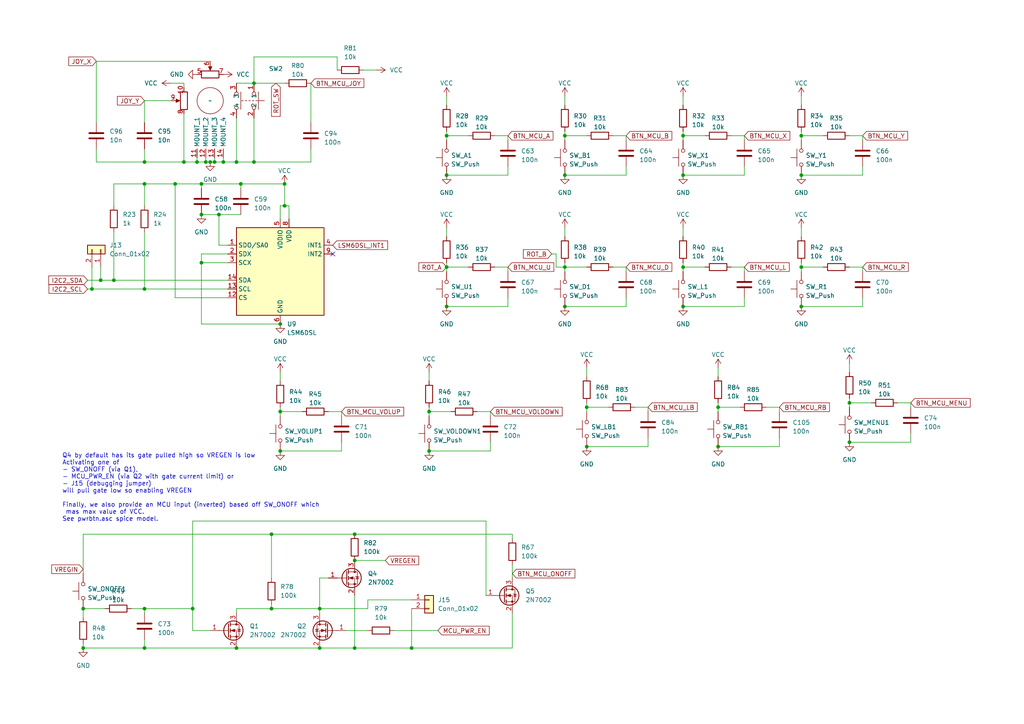
<source format=kicad_sch>
(kicad_sch (version 20231120) (generator "eeschema") (generator_version "8.0")
  (paper "A4")
  (lib_symbols
    (symbol "Connector_Generic:Conn_01x02" (pin_names (offset 1.016) hide)
      (property "Reference" "J" (at 0 2.54 0))
      (property "Value" "Conn_01x02" (at 0 -5.08 0))
      (symbol "Conn_01x02_1_1"
        (rectangle (start -1.27 -2.413) (end 0 -2.667) (stroke (width 0.1524)))
        (rectangle (start -1.27 0.127) (end 0 -0.127) (stroke (width 0.1524)))
        (rectangle (start -1.27 1.27) (end 1.27 -3.81) (stroke (width 0.254)) (fill (type background)))
        (pin passive line (at -5.08 0 0) (length 3.81) (name "Pin_1") (number "1"))
        (pin passive line (at -5.08 -2.54 0) (length 3.81) (name "Pin_2") (number "2"))
      )
    )
    (symbol "Device:C" (pin_numbers hide) (pin_names (offset 0.254))
      (property "Reference" "C" (at 0.635 2.54 0))
      (property "Value" "C" (at 0.635 -2.54 0))
      (symbol "C_0_1"
        (polyline (pts (xy -2.032 -0.762) (xy 2.032 -0.762)) (stroke (width 0.508)))
        (polyline (pts (xy -2.032 0.762) (xy 2.032 0.762)) (stroke (width 0.508)))
      )
      (symbol "C_1_1"
        (pin passive line (at 0 3.81 270) (length 2.794) (name "~") (number "1"))
        (pin passive line (at 0 -3.81 90) (length 2.794) (name "~") (number "2"))
      )
    )
    (symbol "Device:R" (pin_numbers hide) (pin_names (offset 0))
      (property "Reference" "R" (at 2.032 0 90))
      (property "Value" "R" (at 0 0 90))
      (symbol "R_0_1"
        (rectangle (start -1.016 -2.54) (end 1.016 2.54) (stroke (width 0.254)))
      )
      (symbol "R_1_1"
        (pin passive line (at 0 3.81 270) (length 1.27) (name "~") (number "1"))
        (pin passive line (at 0 -3.81 90) (length 1.27) (name "~") (number "2"))
      )
    )
    (symbol "Sensor_Motion:LSM6DSL"
      (property "Reference" "U" (at -11.43 15.24 0))
      (property "Value" "LSM6DSL" (at -11.43 12.7 0))
      (symbol "LSM6DSL_0_1"
        (rectangle (start -12.7 12.7) (end 12.7 -12.7) (stroke (width 0.254)) (fill (type background)))
      )
      (symbol "LSM6DSL_1_1"
        (pin bidirectional line (at -15.24 7.62 0) (length 2.54) (name "SDO/SA0") (number "1"))
        (pin no_connect line (at 12.7 -5.08 180) (length 3.81) hide (name "NC") (number "10"))
        (pin no_connect line (at 12.7 -2.54 180) (length 3.81) hide (name "NC") (number "11"))
        (pin input line (at -15.24 -7.62 0) (length 2.54) (name "CS") (number "12"))
        (pin input line (at -15.24 -5.08 0) (length 2.54) (name "SCL") (number "13"))
        (pin bidirectional line (at -15.24 -2.54 0) (length 2.54) (name "SDA") (number "14"))
        (pin bidirectional line (at -15.24 5.08 0) (length 2.54) (name "SDX") (number "2"))
        (pin input line (at -15.24 2.54 0) (length 2.54) (name "SCX") (number "3"))
        (pin output line (at 15.24 7.62 180) (length 2.54) (name "INT1") (number "4"))
        (pin power_in line (at 0 15.24 270) (length 2.54) (name "VDDIO") (number "5"))
        (pin power_in line (at 0 -15.24 90) (length 2.54) (name "GND") (number "6"))
        (pin passive line (at 0 -15.24 90) (length 2.54) hide (name "GND") (number "7"))
        (pin power_in line (at 2.54 15.24 270) (length 2.54) (name "VDD") (number "8"))
        (pin output line (at 15.24 5.08 180) (length 2.54) (name "INT2") (number "9"))
      )
    )
    (symbol "Switch:SW_Push" (pin_numbers hide) (pin_names (offset 1.016) hide)
      (property "Reference" "SW" (at 1.27 2.54 0))
      (property "Value" "SW_Push" (at 0 -1.524 0))
      (symbol "SW_Push_0_1"
        (circle (center -2.032 0) (radius 0.508))
        (polyline (pts (xy 0 1.27) (xy 0 3.048)))
        (polyline (pts (xy 2.54 1.27) (xy -2.54 1.27)))
        (circle (center 2.032 0) (radius 0.508))
        (pin passive line (at -5.08 0 0) (length 2.54) (name "1") (number "1"))
        (pin passive line (at 5.08 0 180) (length 2.54) (name "2") (number "2"))
      )
    )
    (symbol "Transistor_FET:2N7002" (pin_names hide)
      (property "Reference" "Q" (at 5.08 1.905 0))
      (property "Value" "2N7002" (at 5.08 0 0))
      (symbol "2N7002_0_1"
        (polyline (pts (xy 0.254 0) (xy -2.54 0)))
        (polyline (pts (xy 0.254 1.905) (xy 0.254 -1.905)) (stroke (width 0.254)))
        (polyline (pts (xy 0.762 -1.27) (xy 0.762 -2.286)) (stroke (width 0.254)))
        (polyline (pts (xy 0.762 0.508) (xy 0.762 -0.508)) (stroke (width 0.254)))
        (polyline (pts (xy 0.762 2.286) (xy 0.762 1.27)) (stroke (width 0.254)))
        (polyline (pts (xy 2.54 2.54) (xy 2.54 1.778)))
        (polyline (pts (xy 2.54 -2.54) (xy 2.54 0) (xy 0.762 0)))
        (polyline (pts (xy 0.762 -1.778) (xy 3.302 -1.778) (xy 3.302 1.778) (xy 0.762 1.778)))
        (polyline (pts (xy 1.016 0) (xy 2.032 0.381) (xy 2.032 -0.381) (xy 1.016 0)) (fill (type outline)))
        (polyline (pts (xy 2.794 0.508) (xy 2.921 0.381) (xy 3.683 0.381) (xy 3.81 0.254)))
        (polyline (pts (xy 3.302 0.381) (xy 2.921 -0.254) (xy 3.683 -0.254) (xy 3.302 0.381)))
        (circle (center 1.651 0) (radius 2.794) (stroke (width 0.254)))
        (circle (center 2.54 -1.778) (radius 0.254) (fill (type outline)))
        (circle (center 2.54 1.778) (radius 0.254) (fill (type outline)))
      )
      (symbol "2N7002_1_1"
        (pin input line (at -5.08 0 0) (length 2.54) (name "G") (number "1"))
        (pin passive line (at 2.54 -5.08 90) (length 2.54) (name "S") (number "2"))
        (pin passive line (at 2.54 5.08 270) (length 2.54) (name "D") (number "3"))
      )
    )
    (symbol "gk-syms:XBOX_THUMB"
      (property "Reference" "SW" (at 0 20.32 0))
      (symbol "XBOX_THUMB_0_1"
        (rectangle (start -8.636 -2.54) (end -6.604 2.54) (stroke (width 0.254)))
        (rectangle (start -2.54 8.636) (end 2.54 6.604) (stroke (width 0.254)))
        (polyline (pts (xy -10.16 0) (xy -9.144 0)))
        (polyline (pts (xy 0 10.16) (xy 0 9.144)))
        (polyline (pts (xy 8.89 -2.54) (xy 8.89 2.54)))
        (polyline (pts (xy 9.652 0) (xy 9.144 0)))
        (polyline (pts (xy 10.668 0) (xy 10.16 0)))
        (polyline (pts (xy 11.176 0) (xy 11.684 0)))
        (polyline (pts (xy 12.192 0) (xy 12.7 0)))
        (polyline (pts (xy 13.208 0) (xy 13.716 0)))
        (polyline (pts (xy 13.97 -2.54) (xy 13.97 2.54)))
        (polyline (pts (xy 13.97 0) (xy 15.748 0)))
        (polyline (pts (xy -8.763 0) (xy -9.906 -0.508) (xy -9.906 0.508) (xy -8.763 0)) (fill (type outline)))
        (polyline (pts (xy 0 8.763) (xy -0.508 9.906) (xy 0.508 9.906) (xy 0 8.763)) (fill (type outline)))
        (circle (center 0 0) (radius 3.81))
        (circle (center 7.62 -2.032) (radius 0.508))
        (circle (center 7.62 2.032) (radius 0.508))
        (circle (center 12.7 -2.032) (radius 0.508))
        (circle (center 12.7 2.032) (radius 0.508))
        (pin passive line (at 12.7 5.08 270) (length 2.54) (name "1") (number "1"))
        (pin passive line (at 12.7 -5.08 90) (length 2.54) (name "2") (number "2"))
        (pin passive line (at 7.62 5.08 270) (length 2.54) (name "3") (number "3"))
        (pin passive line (at 7.62 -5.08 90) (length 2.54) (name "4") (number "4"))
      )
      (symbol "XBOX_THUMB_1_1"
        (pin passive line (at -7.62 3.81 270) (length 1.27) (name "") (number "10"))
        (pin passive line (at -3.81 -16.51 90) (length 2.54) (name "MOUNT_1") (number "11"))
        (pin passive line (at -1.27 -16.51 90) (length 2.54) (name "MOUNT_2") (number "12"))
        (pin passive line (at 1.27 -16.51 90) (length 2.54) (name "MOUNT_3") (number "13"))
        (pin passive line (at 3.81 -16.51 90) (length 2.54) (name "MOUNT_4") (number "14"))
        (pin passive line (at -3.81 7.62 0) (length 1.27) (name "") (number "5"))
        (pin passive line (at 0 11.43 270) (length 1.27) (name "") (number "6"))
        (pin passive line (at 3.81 7.62 180) (length 1.27) (name "") (number "7"))
        (pin passive line (at -7.62 -3.81 90) (length 1.27) (name "") (number "8"))
        (pin passive line (at -11.43 0 0) (length 1.27) (name "") (number "9"))
      )
    )
    (symbol "power:GND" (power) (pin_names (offset 0))
      (property "Value" "GND" (at 0 -3.81 0))
      (symbol "GND_0_1"
        (polyline (pts (xy 0 0) (xy 0 -1.27) (xy 1.27 -1.27) (xy 0 -2.54) (xy -1.27 -1.27) (xy 0 -1.27)))
      )
      (symbol "GND_1_1"
        (pin power_in line (at 0 0 270) (length 0) hide (name "GND") (number "1"))
      )
    )
    (symbol "power:VCC" (power) (pin_names (offset 0))
      (property "Value" "VCC" (at 0 3.81 0))
      (symbol "VCC_0_1"
        (polyline (pts (xy -0.762 1.27) (xy 0 2.54)))
        (polyline (pts (xy 0 0) (xy 0 2.54)))
        (polyline (pts (xy 0 2.54) (xy 0.762 1.27)))
      )
      (symbol "VCC_1_1"
        (pin power_in line (at 0 0 90) (length 0) hide (name "VCC") (number "1"))
      )
    )
  )
  (junction (at 82.55 59.69))
  (junction (at 170.18 118.11))
  (junction (at 102.87 154.94))
  (junction (at 92.71 187.96))
  (junction (at 63.5 62.23))
  (junction (at 29.21 81.28))
  (junction (at 41.91 53.34))
  (junction (at 198.12 77.47))
  (junction (at 198.12 50.8))
  (junction (at 60.96 46.99))
  (junction (at 41.91 46.99))
  (junction (at 81.28 93.98))
  (junction (at 232.41 39.37))
  (junction (at 198.12 39.37))
  (junction (at 163.83 50.8))
  (junction (at 68.58 46.99))
  (junction (at 73.66 46.99))
  (junction (at 57.15 46.99))
  (junction (at 82.55 53.34))
  (junction (at 58.42 76.2))
  (junction (at 81.28 119.38))
  (junction (at 129.54 39.37))
  (junction (at 62.23 46.99))
  (junction (at 81.28 130.81))
  (junction (at 129.54 88.9))
  (junction (at 232.41 88.9))
  (junction (at 163.83 88.9))
  (junction (at 41.91 176.53))
  (junction (at 129.54 50.8))
  (junction (at 92.71 176.53))
  (junction (at 58.42 53.34))
  (junction (at 246.38 116.84))
  (junction (at 78.74 154.94))
  (junction (at 232.41 77.47))
  (junction (at 58.42 62.23))
  (junction (at 170.18 129.54))
  (junction (at 24.13 187.96))
  (junction (at 208.28 118.11))
  (junction (at 119.38 187.96))
  (junction (at 124.46 130.81))
  (junction (at 232.41 50.8))
  (junction (at 53.34 46.99))
  (junction (at 69.85 53.34))
  (junction (at 68.58 187.96))
  (junction (at 26.67 83.82))
  (junction (at 124.46 119.38))
  (junction (at 129.54 77.47))
  (junction (at 102.87 187.96))
  (junction (at 246.38 128.27))
  (junction (at 198.12 88.9))
  (junction (at 102.87 162.56))
  (junction (at 33.02 81.28))
  (junction (at 163.83 77.47))
  (junction (at 208.28 129.54))
  (junction (at 41.91 187.96))
  (junction (at 24.13 176.53))
  (junction (at 78.74 176.53))
  (junction (at 41.91 83.82))
  (junction (at 59.69 46.99))
  (junction (at 55.88 176.53))
  (junction (at 73.66 24.13))
  (junction (at 50.8 53.34))
  (junction (at 64.77 46.99))
  (junction (at 163.83 39.37))
  (no_connect (at 96.52 73.66))
  (wire (pts (xy 41.91 67.31) (xy 41.91 83.82)))
  (wire (pts (xy 78.74 176.53) (xy 92.71 176.53)))
  (wire (pts (xy 163.83 76.2) (xy 163.83 77.47)))
  (wire (pts (xy 64.77 45.72) (xy 64.77 46.99)))
  (wire (pts (xy 129.54 38.1) (xy 129.54 39.37)))
  (wire (pts (xy 124.46 107.95) (xy 124.46 110.49)))
  (wire (pts (xy 124.46 118.11) (xy 124.46 119.38)))
  (wire (pts (xy 170.18 129.54) (xy 187.96 129.54)))
  (wire (pts (xy 68.58 46.99) (xy 64.77 46.99)))
  (wire (pts (xy 129.54 77.47) (xy 135.89 77.47)))
  (wire (pts (xy 106.68 176.53) (xy 106.68 173.99)))
  (wire (pts (xy 129.54 77.47) (xy 129.54 78.74)))
  (wire (pts (xy 198.12 39.37) (xy 204.47 39.37)))
  (wire (pts (xy 184.15 118.11) (xy 187.96 118.11)))
  (wire (pts (xy 24.13 154.94) (xy 24.13 166.37)))
  (wire (pts (xy 95.25 119.38) (xy 99.06 119.38)))
  (wire (pts (xy 198.12 38.1) (xy 198.12 39.37)))
  (wire (pts (xy 41.91 176.53) (xy 55.88 176.53)))
  (wire (pts (xy 106.68 173.99) (xy 119.38 173.99)))
  (wire (pts (xy 53.34 46.99) (xy 57.15 46.99)))
  (wire (pts (xy 68.58 34.29) (xy 68.58 46.99)))
  (wire (pts (xy 129.54 27.94) (xy 129.54 30.48)))
  (wire (pts (xy 41.91 46.99) (xy 53.34 46.99)))
  (wire (pts (xy 68.58 24.13) (xy 73.66 24.13)))
  (wire (pts (xy 25.4 83.82) (xy 26.67 83.82)))
  (wire (pts (xy 181.61 77.47) (xy 181.61 78.74)))
  (wire (pts (xy 181.61 88.9) (xy 181.61 86.36)))
  (wire (pts (xy 124.46 119.38) (xy 124.46 120.65)))
  (wire (pts (xy 198.12 77.47) (xy 198.12 78.74)))
  (wire (pts (xy 215.9 77.47) (xy 215.9 78.74)))
  (wire (pts (xy 102.87 172.72) (xy 102.87 187.96)))
  (wire (pts (xy 212.09 39.37) (xy 215.9 39.37)))
  (wire (pts (xy 33.02 67.31) (xy 33.02 81.28)))
  (wire (pts (xy 163.83 77.47) (xy 163.83 78.74)))
  (wire (pts (xy 68.58 187.96) (xy 92.71 187.96)))
  (wire (pts (xy 38.1 176.53) (xy 41.91 176.53)))
  (wire (pts (xy 160.02 73.66) (xy 161.29 73.66)))
  (wire (pts (xy 58.42 62.23) (xy 63.5 62.23)))
  (wire (pts (xy 69.85 53.34) (xy 69.85 54.61)))
  (wire (pts (xy 177.8 77.47) (xy 181.61 77.47)))
  (wire (pts (xy 105.41 20.32) (xy 109.22 20.32)))
  (wire (pts (xy 181.61 50.8) (xy 181.61 48.26)))
  (wire (pts (xy 250.19 77.47) (xy 250.19 78.74)))
  (wire (pts (xy 63.5 71.12) (xy 63.5 62.23)))
  (wire (pts (xy 81.28 119.38) (xy 81.28 120.65)))
  (wire (pts (xy 92.71 176.53) (xy 106.68 176.53)))
  (wire (pts (xy 82.55 53.34) (xy 82.55 59.69)))
  (wire (pts (xy 143.51 39.37) (xy 147.32 39.37)))
  (wire (pts (xy 232.41 39.37) (xy 238.76 39.37)))
  (wire (pts (xy 41.91 29.21) (xy 41.91 35.56)))
  (wire (pts (xy 161.29 73.66) (xy 161.29 77.47)))
  (wire (pts (xy 27.94 17.78) (xy 27.94 35.56)))
  (wire (pts (xy 57.15 45.72) (xy 57.15 46.99)))
  (wire (pts (xy 208.28 118.11) (xy 214.63 118.11)))
  (wire (pts (xy 78.74 175.26) (xy 78.74 176.53)))
  (wire (pts (xy 163.83 66.04) (xy 163.83 68.58)))
  (wire (pts (xy 147.32 88.9) (xy 147.32 86.36)))
  (wire (pts (xy 129.54 39.37) (xy 129.54 40.64)))
  (wire (pts (xy 163.83 38.1) (xy 163.83 39.37)))
  (wire (pts (xy 222.25 118.11) (xy 226.06 118.11)))
  (wire (pts (xy 246.38 39.37) (xy 250.19 39.37)))
  (wire (pts (xy 208.28 116.84) (xy 208.28 118.11)))
  (wire (pts (xy 198.12 39.37) (xy 198.12 40.64)))
  (wire (pts (xy 140.97 151.13) (xy 140.97 172.72)))
  (wire (pts (xy 81.28 107.95) (xy 81.28 110.49)))
  (wire (pts (xy 81.28 119.38) (xy 87.63 119.38)))
  (wire (pts (xy 142.24 130.81) (xy 142.24 128.27)))
  (wire (pts (xy 147.32 77.47) (xy 147.32 78.74)))
  (wire (pts (xy 142.24 119.38) (xy 142.24 120.65)))
  (wire (pts (xy 198.12 27.94) (xy 198.12 30.48)))
  (wire (pts (xy 83.82 63.5) (xy 83.82 59.69)))
  (wire (pts (xy 55.88 151.13) (xy 140.97 151.13)))
  (wire (pts (xy 62.23 45.72) (xy 62.23 46.99)))
  (wire (pts (xy 41.91 187.96) (xy 41.91 185.42)))
  (wire (pts (xy 63.5 62.23) (xy 69.85 62.23)))
  (wire (pts (xy 59.69 45.72) (xy 59.69 46.99)))
  (wire (pts (xy 163.83 39.37) (xy 170.18 39.37)))
  (wire (pts (xy 161.29 77.47) (xy 163.83 77.47)))
  (wire (pts (xy 119.38 176.53) (xy 119.38 187.96)))
  (wire (pts (xy 208.28 118.11) (xy 208.28 119.38)))
  (wire (pts (xy 95.25 167.64) (xy 92.71 167.64)))
  (wire (pts (xy 215.9 88.9) (xy 215.9 86.36)))
  (wire (pts (xy 62.23 46.99) (xy 60.96 46.99)))
  (wire (pts (xy 187.96 129.54) (xy 187.96 127)))
  (wire (pts (xy 170.18 106.68) (xy 170.18 109.22)))
  (wire (pts (xy 163.83 88.9) (xy 181.61 88.9)))
  (wire (pts (xy 264.16 116.84) (xy 264.16 118.11)))
  (wire (pts (xy 26.67 77.47) (xy 26.67 83.82)))
  (wire (pts (xy 24.13 187.96) (xy 41.91 187.96)))
  (wire (pts (xy 64.77 46.99) (xy 62.23 46.99)))
  (wire (pts (xy 50.8 86.36) (xy 50.8 53.34)))
  (wire (pts (xy 212.09 77.47) (xy 215.9 77.47)))
  (wire (pts (xy 55.88 182.88) (xy 60.96 182.88)))
  (wire (pts (xy 215.9 39.37) (xy 215.9 40.64)))
  (wire (pts (xy 102.87 162.56) (xy 111.76 162.56)))
  (wire (pts (xy 198.12 66.04) (xy 198.12 68.58)))
  (wire (pts (xy 246.38 105.41) (xy 246.38 107.95)))
  (wire (pts (xy 24.13 186.69) (xy 24.13 187.96)))
  (wire (pts (xy 66.04 86.36) (xy 50.8 86.36)))
  (wire (pts (xy 73.66 46.99) (xy 68.58 46.99)))
  (wire (pts (xy 26.67 83.82) (xy 41.91 83.82)))
  (wire (pts (xy 232.41 66.04) (xy 232.41 68.58)))
  (wire (pts (xy 41.91 187.96) (xy 68.58 187.96)))
  (wire (pts (xy 73.66 34.29) (xy 73.66 46.99)))
  (wire (pts (xy 187.96 118.11) (xy 187.96 119.38)))
  (wire (pts (xy 181.61 39.37) (xy 181.61 40.64)))
  (wire (pts (xy 148.59 154.94) (xy 148.59 156.21)))
  (wire (pts (xy 59.69 46.99) (xy 60.96 46.99)))
  (wire (pts (xy 147.32 39.37) (xy 147.32 40.64)))
  (wire (pts (xy 232.41 39.37) (xy 232.41 40.64)))
  (wire (pts (xy 90.17 46.99) (xy 90.17 43.18)))
  (wire (pts (xy 97.79 16.51) (xy 97.79 20.32)))
  (wire (pts (xy 246.38 116.84) (xy 246.38 118.11)))
  (wire (pts (xy 102.87 154.94) (xy 148.59 154.94)))
  (wire (pts (xy 55.88 176.53) (xy 55.88 182.88)))
  (wire (pts (xy 50.8 53.34) (xy 41.91 53.34)))
  (wire (pts (xy 33.02 53.34) (xy 33.02 59.69)))
  (wire (pts (xy 232.41 76.2) (xy 232.41 77.47)))
  (wire (pts (xy 102.87 187.96) (xy 92.71 187.96)))
  (wire (pts (xy 163.83 39.37) (xy 163.83 40.64)))
  (wire (pts (xy 246.38 115.57) (xy 246.38 116.84)))
  (wire (pts (xy 25.4 81.28) (xy 29.21 81.28)))
  (wire (pts (xy 177.8 39.37) (xy 181.61 39.37)))
  (wire (pts (xy 66.04 76.2) (xy 58.42 76.2)))
  (wire (pts (xy 163.83 27.94) (xy 163.83 30.48)))
  (wire (pts (xy 66.04 71.12) (xy 63.5 71.12)))
  (wire (pts (xy 78.74 154.94) (xy 78.74 167.64)))
  (wire (pts (xy 260.35 116.84) (xy 264.16 116.84)))
  (wire (pts (xy 53.34 33.02) (xy 53.34 46.99)))
  (wire (pts (xy 83.82 59.69) (xy 82.55 59.69)))
  (wire (pts (xy 129.54 66.04) (xy 129.54 68.58)))
  (wire (pts (xy 129.54 39.37) (xy 135.89 39.37)))
  (wire (pts (xy 57.15 46.99) (xy 59.69 46.99)))
  (wire (pts (xy 124.46 119.38) (xy 130.81 119.38)))
  (wire (pts (xy 49.53 29.21) (xy 41.91 29.21)))
  (wire (pts (xy 264.16 128.27) (xy 264.16 125.73)))
  (wire (pts (xy 246.38 77.47) (xy 250.19 77.47)))
  (wire (pts (xy 99.06 130.81) (xy 99.06 128.27)))
  (wire (pts (xy 66.04 73.66) (xy 58.42 73.66)))
  (wire (pts (xy 226.06 129.54) (xy 226.06 127)))
  (wire (pts (xy 250.19 39.37) (xy 250.19 40.64)))
  (wire (pts (xy 170.18 118.11) (xy 170.18 119.38)))
  (wire (pts (xy 198.12 77.47) (xy 204.47 77.47)))
  (wire (pts (xy 73.66 24.13) (xy 82.55 24.13)))
  (wire (pts (xy 129.54 76.2) (xy 129.54 77.47)))
  (wire (pts (xy 147.32 50.8) (xy 147.32 48.26)))
  (wire (pts (xy 92.71 167.64) (xy 92.71 176.53)))
  (wire (pts (xy 208.28 129.54) (xy 226.06 129.54)))
  (wire (pts (xy 27.94 43.18) (xy 27.94 46.99)))
  (wire (pts (xy 68.58 176.53) (xy 68.58 177.8)))
  (wire (pts (xy 170.18 116.84) (xy 170.18 118.11)))
  (wire (pts (xy 114.3 182.88) (xy 127 182.88)))
  (wire (pts (xy 129.54 88.9) (xy 147.32 88.9)))
  (wire (pts (xy 232.41 38.1) (xy 232.41 39.37)))
  (wire (pts (xy 163.83 77.47) (xy 170.18 77.47)))
  (wire (pts (xy 58.42 73.66) (xy 58.42 76.2)))
  (wire (pts (xy 58.42 76.2) (xy 58.42 93.98)))
  (wire (pts (xy 148.59 177.8) (xy 148.59 187.96)))
  (wire (pts (xy 24.13 176.53) (xy 30.48 176.53)))
  (wire (pts (xy 41.91 176.53) (xy 41.91 177.8)))
  (wire (pts (xy 250.19 50.8) (xy 250.19 48.26)))
  (wire (pts (xy 198.12 88.9) (xy 215.9 88.9)))
  (wire (pts (xy 69.85 53.34) (xy 58.42 53.34)))
  (wire (pts (xy 215.9 50.8) (xy 215.9 48.26)))
  (wire (pts (xy 73.66 24.13) (xy 73.66 16.51)))
  (wire (pts (xy 138.43 119.38) (xy 142.24 119.38)))
  (wire (pts (xy 41.91 53.34) (xy 41.91 59.69)))
  (wire (pts (xy 148.59 167.64) (xy 148.59 163.83)))
  (wire (pts (xy 81.28 118.11) (xy 81.28 119.38)))
  (wire (pts (xy 81.28 59.69) (xy 81.28 63.5)))
  (wire (pts (xy 29.21 81.28) (xy 33.02 81.28)))
  (wire (pts (xy 143.51 77.47) (xy 147.32 77.47)))
  (wire (pts (xy 41.91 43.18) (xy 41.91 46.99)))
  (wire (pts (xy 58.42 53.34) (xy 58.42 54.61)))
  (wire (pts (xy 78.74 154.94) (xy 102.87 154.94)))
  (wire (pts (xy 78.74 176.53) (xy 68.58 176.53)))
  (wire (pts (xy 27.94 46.99) (xy 41.91 46.99)))
  (wire (pts (xy 163.83 50.8) (xy 181.61 50.8)))
  (wire (pts (xy 49.53 24.13) (xy 53.34 24.13)))
  (wire (pts (xy 33.02 81.28) (xy 66.04 81.28)))
  (wire (pts (xy 148.59 187.96) (xy 119.38 187.96)))
  (wire (pts (xy 246.38 116.84) (xy 252.73 116.84)))
  (wire (pts (xy 27.94 17.78) (xy 60.96 17.78)))
  (wire (pts (xy 129.54 50.8) (xy 147.32 50.8)))
  (wire (pts (xy 232.41 50.8) (xy 250.19 50.8)))
  (wire (pts (xy 82.55 53.34) (xy 69.85 53.34)))
  (wire (pts (xy 246.38 128.27) (xy 264.16 128.27)))
  (wire (pts (xy 29.21 77.47) (xy 29.21 81.28)))
  (wire (pts (xy 198.12 50.8) (xy 215.9 50.8)))
  (wire (pts (xy 58.42 53.34) (xy 50.8 53.34)))
  (wire (pts (xy 58.42 93.98) (xy 81.28 93.98)))
  (wire (pts (xy 250.19 88.9) (xy 250.19 86.36)))
  (wire (pts (xy 73.66 46.99) (xy 90.17 46.99)))
  (wire (pts (xy 41.91 53.34) (xy 33.02 53.34)))
  (wire (pts (xy 232.41 77.47) (xy 238.76 77.47)))
  (wire (pts (xy 124.46 130.81) (xy 142.24 130.81)))
  (wire (pts (xy 226.06 118.11) (xy 226.06 119.38)))
  (wire (pts (xy 55.88 176.53) (xy 55.88 151.13)))
  (wire (pts (xy 198.12 76.2) (xy 198.12 77.47)))
  (wire (pts (xy 232.41 88.9) (xy 250.19 88.9)))
  (wire (pts (xy 81.28 130.81) (xy 99.06 130.81)))
  (wire (pts (xy 100.33 182.88) (xy 106.68 182.88)))
  (wire (pts (xy 119.38 187.96) (xy 102.87 187.96)))
  (wire (pts (xy 73.66 16.51) (xy 97.79 16.51)))
  (wire (pts (xy 90.17 24.13) (xy 90.17 35.56)))
  (wire (pts (xy 92.71 176.53) (xy 92.71 177.8)))
  (wire (pts (xy 232.41 77.47) (xy 232.41 78.74)))
  (wire (pts (xy 24.13 176.53) (xy 24.13 179.07)))
  (wire (pts (xy 208.28 106.68) (xy 208.28 109.22)))
  (wire (pts (xy 99.06 119.38) (xy 99.06 120.65)))
  (wire (pts (xy 53.34 24.13) (xy 53.34 25.4)))
  (wire (pts (xy 24.13 154.94) (xy 78.74 154.94)))
  (wire (pts (xy 232.41 27.94) (xy 232.41 30.48)))
  (wire (pts (xy 82.55 59.69) (xy 81.28 59.69)))
  (wire (pts (xy 41.91 83.82) (xy 66.04 83.82)))
  (wire (pts (xy 170.18 118.11) (xy 176.53 118.11)))
  (text "Q4 by default has its gate pulled high so VREGEN is low\nActivating one of\n- SW_ONOFF (via Q1),\n- MCU_PWR_EN (via Q2 with gate current limit) or\n- J15 (debugging jumper)\nwill pull gate low so enabling VREGEN\n\nFinally, we also provide an MCU input (inverted) based off SW_ONOFF which\n mas max value of VCC.\nSee pwrbtn.asc spice model." (at 18.034 151.384 0) (effects (font (size 1.27 1.27)) (justify left bottom)))
  (global_label "I2C2_SDA" (shape input) (at 25.4 81.28 180) (property "Intersheetrefs" "${INTERSHEET_REFS}" (effects (hide yes))))
  (global_label "BTN_MCU_D" (shape input) (at 181.61 77.47 0) (property "Intersheetrefs" "${INTERSHEET_REFS}" (effects (hide yes))))
  (global_label "BTN_MCU_ONOFF" (shape input) (at 148.59 166.37 0) (property "Intersheetrefs" "${INTERSHEET_REFS}" (effects (hide yes))))
  (global_label "BTN_MCU_MENU" (shape input) (at 264.16 116.84 0) (property "Intersheetrefs" "${INTERSHEET_REFS}" (effects (hide yes))))
  (global_label "BTN_MCU_R" (shape input) (at 250.19 77.47 0) (property "Intersheetrefs" "${INTERSHEET_REFS}" (effects (hide yes))))
  (global_label "VREGIN" (shape input) (at 24.13 165.1 180) (property "Intersheetrefs" "${INTERSHEET_REFS}" (effects (hide yes))))
  (global_label "BTN_MCU_RB" (shape input) (at 226.06 118.11 0) (property "Intersheetrefs" "${INTERSHEET_REFS}" (effects (hide yes))))
  (global_label "BTN_MCU_VOLUP" (shape input) (at 99.06 119.38 0) (property "Intersheetrefs" "${INTERSHEET_REFS}" (effects (hide yes))))
  (global_label "BTN_MCU_LB" (shape input) (at 187.96 118.11 0) (property "Intersheetrefs" "${INTERSHEET_REFS}" (effects (hide yes))))
  (global_label "VREGEN" (shape input) (at 111.76 162.56 0) (property "Intersheetrefs" "${INTERSHEET_REFS}" (effects (hide yes))))
  (global_label "BTN_MCU_Y" (shape input) (at 250.19 39.37 0) (property "Intersheetrefs" "${INTERSHEET_REFS}" (effects (hide yes))))
  (global_label "ROT_B" (shape input) (at 160.02 73.66 180) (property "Intersheetrefs" "${INTERSHEET_REFS}" (effects (hide yes))))
  (global_label "ROT_SW" (shape input) (at 80.01 24.13 270) (property "Intersheetrefs" "${INTERSHEET_REFS}" (effects (hide yes))))
  (global_label "LSM6DSL_INT1" (shape input) (at 96.52 71.12 0) (property "Intersheetrefs" "${INTERSHEET_REFS}" (effects (hide yes))))
  (global_label "MCU_PWR_EN" (shape input) (at 127 182.88 0) (property "Intersheetrefs" "${INTERSHEET_REFS}" (effects (hide yes))))
  (global_label "BTN_MCU_A" (shape input) (at 147.32 39.37 0) (property "Intersheetrefs" "${INTERSHEET_REFS}" (effects (hide yes))))
  (global_label "BTN_MCU_VOLDOWN" (shape input) (at 142.24 119.38 0) (property "Intersheetrefs" "${INTERSHEET_REFS}" (effects (hide yes))))
  (global_label "I2C2_SCL" (shape input) (at 25.4 83.82 180) (property "Intersheetrefs" "${INTERSHEET_REFS}" (effects (hide yes))))
  (global_label "BTN_MCU_B" (shape input) (at 181.61 39.37 0) (property "Intersheetrefs" "${INTERSHEET_REFS}" (effects (hide yes))))
  (global_label "BTN_MCU_X" (shape input) (at 215.9 39.37 0) (property "Intersheetrefs" "${INTERSHEET_REFS}" (effects (hide yes))))
  (global_label "JOY_Y" (shape input) (at 41.91 29.21 180) (property "Intersheetrefs" "${INTERSHEET_REFS}" (effects (hide yes))))
  (global_label "JOY_X" (shape input) (at 27.94 17.78 180) (property "Intersheetrefs" "${INTERSHEET_REFS}" (effects (hide yes))))
  (global_label "BTN_MCU_JOY" (shape input) (at 90.17 24.13 0) (property "Intersheetrefs" "${INTERSHEET_REFS}" (effects (hide yes))))
  (global_label "ROT_A" (shape input) (at 129.54 77.47 180) (property "Intersheetrefs" "${INTERSHEET_REFS}" (effects (hide yes))))
  (global_label "BTN_MCU_L" (shape input) (at 215.9 77.47 0) (property "Intersheetrefs" "${INTERSHEET_REFS}" (effects (hide yes))))
  (global_label "BTN_MCU_U" (shape input) (at 147.32 77.47 0) (property "Intersheetrefs" "${INTERSHEET_REFS}" (effects (hide yes))))
  (symbol (lib_id "power:VCC") (at 82.55 53.34 0) (unit 1)
    (property "Reference" "#PWR032" (effects (hide yes)))
    (property "Value" "VCC" (at 82.55 49.53 0))
  )
  (symbol (lib_id "Device:C") (at 27.94 39.37 0) (unit 1)
    (property "Reference" "C96" (at 31.75 38.1 0) (effects (justify left)))
    (property "Value" "10n" (at 31.75 40.64 0) (effects (justify left)))
    (property "Footprint" "Capacitor_SMD:C_0603_1608Metric" (effects (hide yes)))
  )
  (symbol (lib_id "Device:R") (at 139.7 39.37 90) (unit 1)
    (property "Reference" "R29" (at 139.7 34.29 90))
    (property "Value" "10k" (at 139.7 36.83 90))
    (property "Footprint" "Resistor_SMD:R_0603_1608Metric" (effects (hide yes)))
  )
  (symbol (lib_id "Device:C") (at 215.9 82.55 0) (unit 1)
    (property "Reference" "C69" (at 219.71 81.915 0) (effects (justify left)))
    (property "Value" "100n" (at 219.71 84.455 0) (effects (justify left)))
    (property "Footprint" "Capacitor_SMD:C_0603_1608Metric" (effects (hide yes)))
  )
  (symbol (lib_id "Device:C") (at 215.9 44.45 0) (unit 1)
    (property "Reference" "C65" (at 219.71 43.815 0) (effects (justify left)))
    (property "Value" "100n" (at 219.71 46.355 0) (effects (justify left)))
    (property "Footprint" "Capacitor_SMD:C_0603_1608Metric" (effects (hide yes)))
  )
  (symbol (lib_id "power:GND") (at 246.38 128.27 0) (unit 1)
    (property "Reference" "#PWR063" (effects (hide yes)))
    (property "Value" "GND" (at 246.38 133.35 0))
  )
  (symbol (lib_id "Device:R") (at 91.44 119.38 90) (unit 1)
    (property "Reference" "R45" (at 91.44 114.3 90))
    (property "Value" "10k" (at 91.44 116.84 90))
    (property "Footprint" "Resistor_SMD:R_0603_1608Metric" (effects (hide yes)))
  )
  (symbol (lib_id "power:VCC") (at 49.53 24.13 90) (unit 1)
    (property "Reference" "#PWR0105" (effects (hide yes)))
    (property "Value" "VCC" (at 45.72 24.13 90) (effects (justify left)))
  )
  (symbol (lib_id "Transistor_FET:2N7002") (at 95.25 182.88 0) (mirror y) (unit 1)
    (property "Reference" "Q2" (at 88.9 181.6099 0) (effects (justify left)))
    (property "Value" "2N7002" (at 88.9 184.1499 0) (effects (justify left)))
    (property "Footprint" "Package_TO_SOT_SMD:SOT-23" (effects (hide yes)))
    (property "Datasheet" "https://www.onsemi.com/pub/Collateral/NDS7002A-D.PDF" (effects (hide yes)))
    (property "Description" "0.115A Id, 60V Vds, N-Channel MOSFET, SOT-23" (effects (hide yes)))
  )
  (symbol (lib_id "Device:R") (at 232.41 72.39 0) (unit 1)
    (property "Reference" "R42" (at 234.95 71.755 0) (effects (justify left)))
    (property "Value" "10k" (at 234.95 74.295 0) (effects (justify left)))
    (property "Footprint" "Resistor_SMD:R_0603_1608Metric" (effects (hide yes)))
  )
  (symbol (lib_id "Switch:SW_Push") (at 232.41 45.72 90) (unit 1)
    (property "Reference" "SW_Y1" (at 233.68 45.085 90) (effects (justify right)))
    (property "Value" "SW_Push" (at 233.68 47.625 90) (effects (justify right)))
    (property "Footprint" "gk:TouchButton-8x8mm" (effects (hide yes)))
  )
  (symbol (lib_id "Device:R") (at 256.54 116.84 90) (unit 1)
    (property "Reference" "R51" (at 256.54 111.76 90))
    (property "Value" "10k" (at 256.54 114.3 90))
    (property "Footprint" "Resistor_SMD:R_0603_1608Metric" (effects (hide yes)))
  )
  (symbol (lib_id "Device:R") (at 41.91 63.5 0) (unit 1)
    (property "Reference" "R24" (at 44.45 62.23 0) (effects (justify left)))
    (property "Value" "1k" (at 44.45 64.77 0) (effects (justify left)))
    (property "Footprint" "Resistor_SMD:R_0603_1608Metric" (effects (hide yes)))
  )
  (symbol (lib_id "Device:C") (at 58.42 58.42 0) (unit 1)
    (property "Reference" "C58" (at 62.23 57.785 0) (effects (justify left)))
    (property "Value" "100n" (at 62.23 60.325 0) (effects (justify left)))
    (property "Footprint" "Capacitor_SMD:C_0603_1608Metric" (effects (hide yes)))
  )
  (symbol (lib_id "Device:C") (at 147.32 82.55 0) (unit 1)
    (property "Reference" "C67" (at 151.13 81.915 0) (effects (justify left)))
    (property "Value" "100n" (at 151.13 84.455 0) (effects (justify left)))
    (property "Footprint" "Capacitor_SMD:C_0603_1608Metric" (effects (hide yes)))
  )
  (symbol (lib_id "power:VCC") (at 64.77 21.59 270) (unit 1)
    (property "Reference" "#PWR065" (effects (hide yes)))
    (property "Value" "VCC" (at 68.58 21.5899 90) (effects (justify left)))
  )
  (symbol (lib_id "Device:R") (at 124.46 114.3 0) (unit 1)
    (property "Reference" "R46" (at 127 113.665 0) (effects (justify left)))
    (property "Value" "10k" (at 127 116.205 0) (effects (justify left)))
    (property "Footprint" "Resistor_SMD:R_0603_1608Metric" (effects (hide yes)))
  )
  (symbol (lib_id "Device:R") (at 34.29 176.53 90) (unit 1)
    (property "Reference" "R49" (at 34.29 171.45 90))
    (property "Value" "10k" (at 34.29 173.99 90))
    (property "Footprint" "Resistor_SMD:R_0603_1608Metric" (effects (hide yes)))
  )
  (symbol (lib_id "Connector_Generic:Conn_01x02") (at 29.21 72.39 270) (mirror x) (unit 1)
    (property "Reference" "J13" (at 31.75 71.12 90) (effects (justify left)))
    (property "Value" "Conn_01x02" (at 31.75 73.66 90) (effects (justify left)))
    (property "Footprint" "Connector_PinHeader_2.54mm:PinHeader_1x02_P2.54mm_Vertical" (effects (hide yes)))
  )
  (symbol (lib_id "Device:R") (at 102.87 158.75 0) (unit 1)
    (property "Reference" "R82" (at 105.41 157.4799 0) (effects (justify left)))
    (property "Value" "100k" (at 105.41 160.0199 0) (effects (justify left)))
    (property "Footprint" "Resistor_SMD:R_0603_1608Metric" (effects (hide yes)))
  )
  (symbol (lib_id "power:VCC") (at 232.41 27.94 0) (unit 1)
    (property "Reference" "#PWR046" (effects (hide yes)))
    (property "Value" "VCC" (at 232.41 24.13 0))
  )
  (symbol (lib_id "power:VCC") (at 232.41 66.04 0) (unit 1)
    (property "Reference" "#PWR054" (effects (hide yes)))
    (property "Value" "VCC" (at 232.41 62.23 0))
  )
  (symbol (lib_id "Device:R") (at 208.28 39.37 90) (unit 1)
    (property "Reference" "R33" (at 208.28 34.29 90))
    (property "Value" "10k" (at 208.28 36.83 90))
    (property "Footprint" "Resistor_SMD:R_0603_1608Metric" (effects (hide yes)))
  )
  (symbol (lib_id "Device:C") (at 147.32 44.45 0) (unit 1)
    (property "Reference" "C63" (at 151.13 43.815 0) (effects (justify left)))
    (property "Value" "100n" (at 151.13 46.355 0) (effects (justify left)))
    (property "Footprint" "Capacitor_SMD:C_0603_1608Metric" (effects (hide yes)))
  )
  (symbol (lib_id "Connector_Generic:Conn_01x02") (at 124.46 173.99 0) (unit 1)
    (property "Reference" "J15" (at 127 173.9899 0) (effects (justify left)))
    (property "Value" "Conn_01x02" (at 127 176.5299 0) (effects (justify left)))
    (property "Footprint" "Connector_PinHeader_2.54mm:PinHeader_1x02_P2.54mm_Vertical" (effects (hide yes)))
    (property "Description" "Generic connector, single row, 01x02, script generated (kicad-library-utils/schlib/autogen/connector/)" (effects (hide yes)))
  )
  (symbol (lib_id "Device:R") (at 232.41 34.29 0) (unit 1)
    (property "Reference" "R34" (at 234.95 33.655 0) (effects (justify left)))
    (property "Value" "10k" (at 234.95 36.195 0) (effects (justify left)))
    (property "Footprint" "Resistor_SMD:R_0603_1608Metric" (effects (hide yes)))
  )
  (symbol (lib_id "gk-syms:XBOX_THUMB") (at 60.96 29.21 0) (unit 1)
    (property "Reference" "SW2" (at 80.01 19.9391 0))
    (property "Value" "~" (at 60.96 29.21 0))
    (property "Footprint" "gk:XBOX_THUMB_ROT_OVERLAP" (effects (hide yes)))
  )
  (symbol (lib_id "Device:R") (at 129.54 72.39 0) (unit 1)
    (property "Reference" "R36" (at 132.08 71.755 0) (effects (justify left)))
    (property "Value" "10k" (at 132.08 74.295 0) (effects (justify left)))
    (property "Footprint" "Resistor_SMD:R_0603_1608Metric" (effects (hide yes)))
  )
  (symbol (lib_id "Device:R") (at 246.38 111.76 0) (unit 1)
    (property "Reference" "R50" (at 248.92 111.125 0) (effects (justify left)))
    (property "Value" "10k" (at 248.92 113.665 0) (effects (justify left)))
    (property "Footprint" "Resistor_SMD:R_0603_1608Metric" (effects (hide yes)))
  )
  (symbol (lib_id "power:GND") (at 163.83 50.8 0) (unit 1)
    (property "Reference" "#PWR043" (effects (hide yes)))
    (property "Value" "GND" (at 163.83 55.88 0))
  )
  (symbol (lib_id "power:VCC") (at 124.46 107.95 0) (unit 1)
    (property "Reference" "#PWR058" (effects (hide yes)))
    (property "Value" "VCC" (at 124.46 104.14 0))
  )
  (symbol (lib_id "Device:R") (at 134.62 119.38 90) (unit 1)
    (property "Reference" "R47" (at 134.62 114.3 90))
    (property "Value" "10k" (at 134.62 116.84 90))
    (property "Footprint" "Resistor_SMD:R_0603_1608Metric" (effects (hide yes)))
  )
  (symbol (lib_id "Device:R") (at 180.34 118.11 90) (unit 1)
    (property "Reference" "R83" (at 180.34 113.03 90))
    (property "Value" "10k" (at 180.34 115.57 90))
    (property "Footprint" "Resistor_SMD:R_0603_1608Metric" (effects (hide yes)))
  )
  (symbol (lib_id "Device:C") (at 69.85 58.42 0) (unit 1)
    (property "Reference" "C59" (at 73.66 57.785 0) (effects (justify left)))
    (property "Value" "100n" (at 73.66 60.325 0) (effects (justify left)))
    (property "Footprint" "Capacitor_SMD:C_0603_1608Metric" (effects (hide yes)))
  )
  (symbol (lib_id "Device:C") (at 226.06 123.19 0) (unit 1)
    (property "Reference" "C105" (at 229.87 122.555 0) (effects (justify left)))
    (property "Value" "100n" (at 229.87 125.095 0) (effects (justify left)))
    (property "Footprint" "Capacitor_SMD:C_0603_1608Metric" (effects (hide yes)))
  )
  (symbol (lib_id "Transistor_FET:2N7002") (at 66.04 182.88 0) (unit 1)
    (property "Reference" "Q1" (at 72.39 181.6099 0) (effects (justify left)))
    (property "Value" "2N7002" (at 72.39 184.1499 0) (effects (justify left)))
    (property "Footprint" "Package_TO_SOT_SMD:SOT-23" (effects (hide yes)))
    (property "Datasheet" "https://www.onsemi.com/pub/Collateral/NDS7002A-D.PDF" (effects (hide yes)))
    (property "Description" "0.115A Id, 60V Vds, N-Channel MOSFET, SOT-23" (effects (hide yes)))
  )
  (symbol (lib_id "Device:C") (at 250.19 82.55 0) (unit 1)
    (property "Reference" "C70" (at 254 81.915 0) (effects (justify left)))
    (property "Value" "100n" (at 254 84.455 0) (effects (justify left)))
    (property "Footprint" "Capacitor_SMD:C_0603_1608Metric" (effects (hide yes)))
  )
  (symbol (lib_id "Device:C") (at 90.17 39.37 0) (unit 1)
    (property "Reference" "C94" (at 93.98 38.735 0) (effects (justify left)))
    (property "Value" "100n" (at 93.98 41.275 0) (effects (justify left)))
    (property "Footprint" "Capacitor_SMD:C_0603_1608Metric" (effects (hide yes)))
  )
  (symbol (lib_id "Device:R") (at 173.99 77.47 90) (unit 1)
    (property "Reference" "R39" (at 173.99 72.39 90))
    (property "Value" "10k" (at 173.99 74.93 90))
    (property "Footprint" "Resistor_SMD:R_0603_1608Metric" (effects (hide yes)))
  )
  (symbol (lib_id "Device:C") (at 187.96 123.19 0) (unit 1)
    (property "Reference" "C84" (at 191.77 122.555 0) (effects (justify left)))
    (property "Value" "100n" (at 191.77 125.095 0) (effects (justify left)))
    (property "Footprint" "Capacitor_SMD:C_0603_1608Metric" (effects (hide yes)))
  )
  (symbol (lib_id "Device:C") (at 41.91 39.37 0) (unit 1)
    (property "Reference" "C95" (at 45.72 38.1 0) (effects (justify left)))
    (property "Value" "10n" (at 45.72 40.64 0) (effects (justify left)))
    (property "Footprint" "Capacitor_SMD:C_0603_1608Metric" (effects (hide yes)))
  )
  (symbol (lib_id "Switch:SW_Push") (at 24.13 171.45 90) (unit 1)
    (property "Reference" "SW_ONOFF1" (at 25.4 170.815 90) (effects (justify right)))
    (property "Value" "SW_Push" (at 25.4 173.355 90) (effects (justify right)))
    (property "Footprint" "Button_Switch_THT:SW_Tactile_SKHH_Angled" (effects (hide yes)))
  )
  (symbol (lib_id "Device:R") (at 86.36 24.13 90) (unit 1)
    (property "Reference" "R80" (at 86.36 19.05 90))
    (property "Value" "10k" (at 86.36 21.59 90))
    (property "Footprint" "Resistor_SMD:R_0603_1608Metric" (effects (hide yes)))
  )
  (symbol (lib_id "power:VCC") (at 198.12 66.04 0) (unit 1)
    (property "Reference" "#PWR052" (effects (hide yes)))
    (property "Value" "VCC" (at 198.12 62.23 0))
  )
  (symbol (lib_id "Switch:SW_Push") (at 163.83 45.72 90) (unit 1)
    (property "Reference" "SW_B1" (at 165.1 45.085 90) (effects (justify right)))
    (property "Value" "SW_Push" (at 165.1 47.625 90) (effects (justify right)))
    (property "Footprint" "gk:TouchButton-8x8mm" (effects (hide yes)))
  )
  (symbol (lib_id "Transistor_FET:2N7002") (at 146.05 172.72 0) (unit 1)
    (property "Reference" "Q5" (at 152.4 171.4499 0) (effects (justify left)))
    (property "Value" "2N7002" (at 152.4 173.9899 0) (effects (justify left)))
    (property "Footprint" "Package_TO_SOT_SMD:SOT-23" (effects (hide yes)))
    (property "Datasheet" "https://www.onsemi.com/pub/Collateral/NDS7002A-D.PDF" (effects (hide yes)))
    (property "Description" "0.115A Id, 60V Vds, N-Channel MOSFET, SOT-23" (effects (hide yes)))
  )
  (symbol (lib_id "Switch:SW_Push") (at 170.18 124.46 90) (unit 1)
    (property "Reference" "SW_LB1" (at 171.45 123.825 90) (effects (justify right)))
    (property "Value" "SW_Push" (at 171.45 126.365 90) (effects (justify right)))
    (property "Footprint" "Button_Switch_THT:SW_Tactile_SKHH_Angled" (effects (hide yes)))
  )
  (symbol (lib_id "Device:C") (at 99.06 124.46 0) (unit 1)
    (property "Reference" "C71" (at 102.87 123.825 0) (effects (justify left)))
    (property "Value" "100n" (at 102.87 126.365 0) (effects (justify left)))
    (property "Footprint" "Capacitor_SMD:C_0603_1608Metric" (effects (hide yes)))
  )
  (symbol (lib_id "Switch:SW_Push") (at 198.12 83.82 90) (unit 1)
    (property "Reference" "SW_L1" (at 199.39 83.185 90) (effects (justify right)))
    (property "Value" "SW_Push" (at 199.39 85.725 90) (effects (justify right)))
    (property "Footprint" "gk:TouchButton-8x8mm" (effects (hide yes)))
  )
  (symbol (lib_id "Switch:SW_Push") (at 81.28 125.73 90) (unit 1)
    (property "Reference" "SW_VOLUP1" (at 82.55 125.095 90) (effects (justify right)))
    (property "Value" "SW_Push" (at 82.55 127.635 90) (effects (justify right)))
    (property "Footprint" "Button_Switch_THT:SW_Tactile_SKHH_Angled" (effects (hide yes)))
  )
  (symbol (lib_id "Switch:SW_Push") (at 246.38 123.19 90) (unit 1)
    (property "Reference" "SW_MENU1" (at 247.65 122.555 90) (effects (justify right)))
    (property "Value" "SW_Push" (at 247.65 125.095 90) (effects (justify right)))
    (property "Footprint" "gk:TouchButton-8x8mm" (effects (hide yes)))
  )
  (symbol (lib_id "power:GND") (at 57.15 21.59 270) (unit 1)
    (property "Reference" "#PWR064" (effects (hide yes)))
    (property "Value" "GND" (at 53.34 21.5899 90) (effects (justify right)))
  )
  (symbol (lib_id "Device:R") (at 81.28 114.3 0) (unit 1)
    (property "Reference" "R44" (at 83.82 113.665 0) (effects (justify left)))
    (property "Value" "10k" (at 83.82 116.205 0) (effects (justify left)))
    (property "Footprint" "Resistor_SMD:R_0603_1608Metric" (effects (hide yes)))
  )
  (symbol (lib_id "power:GND") (at 129.54 50.8 0) (unit 1)
    (property "Reference" "#PWR040" (effects (hide yes)))
    (property "Value" "GND" (at 129.54 55.88 0))
  )
  (symbol (lib_id "Device:R") (at 24.13 182.88 0) (unit 1)
    (property "Reference" "R48" (at 26.67 182.245 0) (effects (justify left)))
    (property "Value" "10k" (at 26.67 184.785 0) (effects (justify left)))
    (property "Footprint" "Resistor_SMD:R_0603_1608Metric" (effects (hide yes)))
  )
  (symbol (lib_id "Device:R") (at 242.57 39.37 90) (unit 1)
    (property "Reference" "R35" (at 242.57 34.29 90))
    (property "Value" "10k" (at 242.57 36.83 90))
    (property "Footprint" "Resistor_SMD:R_0603_1608Metric" (effects (hide yes)))
  )
  (symbol (lib_id "power:VCC") (at 129.54 27.94 0) (unit 1)
    (property "Reference" "#PWR041" (effects (hide yes)))
    (property "Value" "VCC" (at 129.54 24.13 0))
  )
  (symbol (lib_id "power:GND") (at 208.28 129.54 0) (unit 1)
    (property "Reference" "#PWR086" (effects (hide yes)))
    (property "Value" "GND" (at 208.28 134.62 0))
  )
  (symbol (lib_id "Device:R") (at 139.7 77.47 90) (unit 1)
    (property "Reference" "R37" (at 139.7 72.39 90))
    (property "Value" "10k" (at 139.7 74.93 90))
    (property "Footprint" "Resistor_SMD:R_0603_1608Metric" (effects (hide yes)))
  )
  (symbol (lib_id "Device:R") (at 101.6 20.32 90) (unit 1)
    (property "Reference" "R81" (at 101.6 13.97 90))
    (property "Value" "10k" (at 101.6 16.51 90))
    (property "Footprint" "Resistor_SMD:R_0603_1608Metric" (effects (hide yes)))
  )
  (symbol (lib_id "Switch:SW_Push") (at 124.46 125.73 90) (unit 1)
    (property "Reference" "SW_VOLDOWN1" (at 125.73 125.095 90) (effects (justify right)))
    (property "Value" "SW_Push" (at 125.73 127.635 90) (effects (justify right)))
    (property "Footprint" "Button_Switch_THT:SW_Tactile_SKHH_Angled" (effects (hide yes)))
  )
  (symbol (lib_id "power:GND") (at 232.41 88.9 0) (unit 1)
    (property "Reference" "#PWR055" (effects (hide yes)))
    (property "Value" "GND" (at 232.41 93.98 0))
  )
  (symbol (lib_id "power:VCC") (at 109.22 20.32 270) (unit 1)
    (property "Reference" "#PWR0104" (effects (hide yes)))
    (property "Value" "VCC" (at 113.03 20.32 90) (effects (justify left)))
  )
  (symbol (lib_id "power:VCC") (at 129.54 66.04 0) (unit 1)
    (property "Reference" "#PWR048" (effects (hide yes)))
    (property "Value" "VCC" (at 129.54 62.23 0))
  )
  (symbol (lib_id "power:VCC") (at 198.12 27.94 0) (unit 1)
    (property "Reference" "#PWR044" (effects (hide yes)))
    (property "Value" "VCC" (at 198.12 24.13 0))
  )
  (symbol (lib_id "Device:R") (at 208.28 77.47 90) (unit 1)
    (property "Reference" "R41" (at 208.28 72.39 90))
    (property "Value" "10k" (at 208.28 74.93 90))
    (property "Footprint" "Resistor_SMD:R_0603_1608Metric" (effects (hide yes)))
  )
  (symbol (lib_id "Device:R") (at 110.49 182.88 90) (unit 1)
    (property "Reference" "R79" (at 110.49 176.53 90))
    (property "Value" "10k" (at 110.49 179.07 90))
    (property "Footprint" "Resistor_SMD:R_0603_1608Metric" (effects (hide yes)))
  )
  (symbol (lib_id "power:GND") (at 129.54 88.9 0) (unit 1)
    (property "Reference" "#PWR049" (effects (hide yes)))
    (property "Value" "GND" (at 129.54 93.98 0))
  )
  (symbol (lib_id "Device:R") (at 33.02 63.5 0) (unit 1)
    (property "Reference" "R23" (at 35.56 62.23 0) (effects (justify left)))
    (property "Value" "1k" (at 35.56 64.77 0) (effects (justify left)))
    (property "Footprint" "Resistor_SMD:R_0603_1608Metric" (effects (hide yes)))
  )
  (symbol (lib_id "power:GND") (at 163.83 88.9 0) (unit 1)
    (property "Reference" "#PWR051" (effects (hide yes)))
    (property "Value" "GND" (at 163.83 93.98 0))
  )
  (symbol (lib_id "power:VCC") (at 81.28 107.95 0) (unit 1)
    (property "Reference" "#PWR056" (effects (hide yes)))
    (property "Value" "VCC" (at 81.28 104.14 0))
  )
  (symbol (lib_id "power:GND") (at 24.13 187.96 0) (unit 1)
    (property "Reference" "#PWR061" (effects (hide yes)))
    (property "Value" "GND" (at 24.13 193.04 0))
  )
  (symbol (lib_id "Device:R") (at 129.54 34.29 0) (unit 1)
    (property "Reference" "R28" (at 132.08 33.655 0) (effects (justify left)))
    (property "Value" "10k" (at 132.08 36.195 0) (effects (justify left)))
    (property "Footprint" "Resistor_SMD:R_0603_1608Metric" (effects (hide yes)))
  )
  (symbol (lib_id "power:VCC") (at 208.28 106.68 0) (unit 1)
    (property "Reference" "#PWR079" (effects (hide yes)))
    (property "Value" "VCC" (at 208.28 102.87 0))
  )
  (symbol (lib_id "Device:R") (at 218.44 118.11 90) (unit 1)
    (property "Reference" "R85" (at 218.44 113.03 90))
    (property "Value" "10k" (at 218.44 115.57 90))
    (property "Footprint" "Resistor_SMD:R_0603_1608Metric" (effects (hide yes)))
  )
  (symbol (lib_id "power:GND") (at 81.28 93.98 0) (unit 1)
    (property "Reference" "#PWR034" (effects (hide yes)))
    (property "Value" "GND" (at 81.28 99.06 0))
  )
  (symbol (lib_id "Switch:SW_Push") (at 163.83 83.82 90) (unit 1)
    (property "Reference" "SW_D1" (at 165.1 83.185 90) (effects (justify right)))
    (property "Value" "SW_Push" (at 165.1 85.725 90) (effects (justify right)))
    (property "Footprint" "gk:TouchButton-8x8mm" (effects (hide yes)))
  )
  (symbol (lib_id "power:GND") (at 198.12 50.8 0) (unit 1)
    (property "Reference" "#PWR045" (effects (hide yes)))
    (property "Value" "GND" (at 198.12 55.88 0))
  )
  (symbol (lib_id "power:VCC") (at 163.83 27.94 0) (unit 1)
    (property "Reference" "#PWR042" (effects (hide yes)))
    (property "Value" "VCC" (at 163.83 24.13 0))
  )
  (symbol (lib_id "Sensor_Motion:LSM6DSL") (at 81.28 78.74 0) (unit 1)
    (property "Reference" "U9" (at 83.2359 93.98 0) (effects (justify left)))
    (property "Value" "LSM6DSL" (at 83.2359 96.52 0) (effects (justify left)))
    (property "Footprint" "Package_LGA:LGA-14_3x2.5mm_P0.5mm_LayoutBorder3x4y" (effects (hide yes)))
    (property "Datasheet" "https://www.st.com/resource/en/datasheet/lsm6dsl.pdf" (effects (hide yes)))
  )
  (symbol (lib_id "Switch:SW_Push") (at 129.54 83.82 90) (unit 1)
    (property "Reference" "SW_U1" (at 130.81 83.185 90) (effects (justify right)))
    (property "Value" "SW_Push" (at 130.81 85.725 90) (effects (justify right)))
    (property "Footprint" "gk:TouchButton-8x8mm" (effects (hide yes)))
  )
  (symbol (lib_id "Transistor_FET:2N7002") (at 100.33 167.64 0) (unit 1)
    (property "Reference" "Q4" (at 106.68 166.3699 0) (effects (justify left)))
    (property "Value" "2N7002" (at 106.68 168.9099 0) (effects (justify left)))
    (property "Footprint" "Package_TO_SOT_SMD:SOT-23" (effects (hide yes)))
    (property "Datasheet" "https://www.onsemi.com/pub/Collateral/NDS7002A-D.PDF" (effects (hide yes)))
    (property "Description" "0.115A Id, 60V Vds, N-Channel MOSFET, SOT-23" (effects (hide yes)))
  )
  (symbol (lib_id "Device:C") (at 181.61 82.55 0) (unit 1)
    (property "Reference" "C68" (at 185.42 81.915 0) (effects (justify left)))
    (property "Value" "100n" (at 185.42 84.455 0) (effects (justify left)))
    (property "Footprint" "Capacitor_SMD:C_0603_1608Metric" (effects (hide yes)))
  )
  (symbol (lib_id "Device:R") (at 198.12 72.39 0) (unit 1)
    (property "Reference" "R40" (at 200.66 71.755 0) (effects (justify left)))
    (property "Value" "10k" (at 200.66 74.295 0) (effects (justify left)))
    (property "Footprint" "Resistor_SMD:R_0603_1608Metric" (effects (hide yes)))
  )
  (symbol (lib_id "Device:C") (at 250.19 44.45 0) (unit 1)
    (property "Reference" "C66" (at 254 43.815 0) (effects (justify left)))
    (property "Value" "100n" (at 254 46.355 0) (effects (justify left)))
    (property "Footprint" "Capacitor_SMD:C_0603_1608Metric" (effects (hide yes)))
  )
  (symbol (lib_id "power:GND") (at 81.28 130.81 0) (unit 1)
    (property "Reference" "#PWR057" (effects (hide yes)))
    (property "Value" "GND" (at 81.28 135.89 0))
  )
  (symbol (lib_id "Device:C") (at 142.24 124.46 0) (unit 1)
    (property "Reference" "C72" (at 146.05 123.825 0) (effects (justify left)))
    (property "Value" "100n" (at 146.05 126.365 0) (effects (justify left)))
    (property "Footprint" "Capacitor_SMD:C_0603_1608Metric" (effects (hide yes)))
  )
  (symbol (lib_id "Device:R") (at 148.59 160.02 0) (unit 1)
    (property "Reference" "R67" (at 151.13 158.7499 0) (effects (justify left)))
    (property "Value" "100k" (at 151.13 161.2899 0) (effects (justify left)))
    (property "Footprint" "Resistor_SMD:R_0603_1608Metric" (effects (hide yes)))
  )
  (symbol (lib_id "Switch:SW_Push") (at 208.28 124.46 90) (unit 1)
    (property "Reference" "SW_RB1" (at 209.55 123.825 90) (effects (justify right)))
    (property "Value" "SW_Push" (at 209.55 126.365 90) (effects (justify right)))
    (property "Footprint" "Button_Switch_THT:SW_Tactile_SKHH_Angled" (effects (hide yes)))
  )
  (symbol (lib_id "Switch:SW_Push") (at 232.41 83.82 90) (unit 1)
    (property "Reference" "SW_R1" (at 233.68 83.185 90) (effects (justify right)))
    (property "Value" "SW_Push" (at 233.68 85.725 90) (effects (justify right)))
    (property "Footprint" "gk:TouchButton-8x8mm" (effects (hide yes)))
  )
  (symbol (lib_id "power:VCC") (at 170.18 106.68 0) (unit 1)
    (property "Reference" "#PWR060" (effects (hide yes)))
    (property "Value" "VCC" (at 170.18 102.87 0))
  )
  (symbol (lib_id "Device:R") (at 78.74 171.45 0) (unit 1)
    (property "Reference" "R78" (at 81.28 170.1799 0) (effects (justify left)))
    (property "Value" "100k" (at 81.28 172.7199 0) (effects (justify left)))
    (property "Footprint" "Resistor_SMD:R_0603_1608Metric" (effects (hide yes)))
  )
  (symbol (lib_id "Device:R") (at 242.57 77.47 90) (unit 1)
    (property "Reference" "R43" (at 242.57 72.39 90))
    (property "Value" "10k" (at 242.57 74.93 90))
    (property "Footprint" "Resistor_SMD:R_0603_1608Metric" (effects (hide yes)))
  )
  (symbol (lib_id "power:GND") (at 232.41 50.8 0) (unit 1)
    (property "Reference" "#PWR047" (effects (hide yes)))
    (property "Value" "GND" (at 232.41 55.88 0))
  )
  (symbol (lib_id "Device:R") (at 208.28 113.03 0) (unit 1)
    (property "Reference" "R84" (at 210.82 112.395 0) (effects (justify left)))
    (property "Value" "10k" (at 210.82 114.935 0) (effects (justify left)))
    (property "Footprint" "Resistor_SMD:R_0603_1608Metric" (effects (hide yes)))
  )
  (symbol (lib_id "power:GND") (at 58.42 62.23 0) (unit 1)
    (property "Reference" "#PWR033" (effects (hide yes)))
    (property "Value" "GND" (at 58.42 67.31 0))
  )
  (symbol (lib_id "Device:R") (at 163.83 34.29 0) (unit 1)
    (property "Reference" "R30" (at 166.37 33.655 0) (effects (justify left)))
    (property "Value" "10k" (at 166.37 36.195 0) (effects (justify left)))
    (property "Footprint" "Resistor_SMD:R_0603_1608Metric" (effects (hide yes)))
  )
  (symbol (lib_id "Device:R") (at 198.12 34.29 0) (unit 1)
    (property "Reference" "R32" (at 200.66 33.655 0) (effects (justify left)))
    (property "Value" "10k" (at 200.66 36.195 0) (effects (justify left)))
    (property "Footprint" "Resistor_SMD:R_0603_1608Metric" (effects (hide yes)))
  )
  (symbol (lib_id "power:VCC") (at 246.38 105.41 0) (unit 1)
    (property "Reference" "#PWR062" (effects (hide yes)))
    (property "Value" "VCC" (at 246.38 101.6 0))
  )
  (symbol (lib_id "Device:C") (at 264.16 121.92 0) (unit 1)
    (property "Reference" "C74" (at 267.97 121.285 0) (effects (justify left)))
    (property "Value" "100n" (at 267.97 123.825 0) (effects (justify left)))
    (property "Footprint" "Capacitor_SMD:C_0603_1608Metric" (effects (hide yes)))
  )
  (symbol (lib_id "power:VCC") (at 163.83 66.04 0) (unit 1)
    (property "Reference" "#PWR050" (effects (hide yes)))
    (property "Value" "VCC" (at 163.83 62.23 0))
  )
  (symbol (lib_id "power:GND") (at 124.46 130.81 0) (unit 1)
    (property "Reference" "#PWR059" (effects (hide yes)))
    (property "Value" "GND" (at 124.46 135.89 0))
  )
  (symbol (lib_id "Switch:SW_Push") (at 129.54 45.72 90) (unit 1)
    (property "Reference" "SW_A1" (at 130.81 45.085 90) (effects (justify right)))
    (property "Value" "SW_Push" (at 130.81 47.625 90) (effects (justify right)))
    (property "Footprint" "gk:TouchButton-8x8mm" (effects (hide yes)))
  )
  (symbol (lib_id "power:GND") (at 60.96 46.99 0) (unit 1)
    (property "Reference" "#PWR0103" (effects (hide yes)))
    (property "Value" "GND" (at 60.96 52.07 0))
  )
  (symbol (lib_id "Switch:SW_Push") (at 198.12 45.72 90) (unit 1)
    (property "Reference" "SW_X1" (at 199.39 45.085 90) (effects (justify right)))
    (property "Value" "SW_Push" (at 199.39 47.625 90) (effects (justify right)))
    (property "Footprint" "gk:TouchButton-8x8mm" (effects (hide yes)))
  )
  (symbol (lib_id "Device:C") (at 181.61 44.45 0) (unit 1)
    (property "Reference" "C64" (at 185.42 43.815 0) (effects (justify left)))
    (property "Value" "100n" (at 185.42 46.355 0) (effects (justify left)))
    (property "Footprint" "Capacitor_SMD:C_0603_1608Metric" (effects (hide yes)))
  )
  (symbol (lib_id "Device:R") (at 173.99 39.37 90) (unit 1)
    (property "Reference" "R31" (at 173.99 34.29 90))
    (property "Value" "10k" (at 173.99 36.83 90))
    (property "Footprint" "Resistor_SMD:R_0603_1608Metric" (effects (hide yes)))
  )
  (symbol (lib_id "power:GND") (at 198.12 88.9 0) (unit 1)
    (property "Reference" "#PWR053" (effects (hide yes)))
    (property "Value" "GND" (at 198.12 93.98 0))
  )
  (symbol (lib_id "power:GND") (at 170.18 129.54 0) (unit 1)
    (property "Reference" "#PWR073" (effects (hide yes)))
    (property "Value" "GND" (at 170.18 134.62 0))
  )
  (symbol (lib_id "Device:C") (at 41.91 181.61 0) (unit 1)
    (property "Reference" "C73" (at 45.72 180.975 0) (effects (justify left)))
    (property "Value" "100n" (at 45.72 183.515 0) (effects (justify left)))
    (property "Footprint" "Capacitor_SMD:C_0603_1608Metric" (effects (hide yes)))
  )
  (symbol (lib_id "Device:R") (at 163.83 72.39 0) (unit 1)
    (property "Reference" "R38" (at 166.37 71.755 0) (effects (justify left)))
    (property "Value" "10k" (at 166.37 74.295 0) (effects (justify left)))
    (property "Footprint" "Resistor_SMD:R_0603_1608Metric" (effects (hide yes)))
  )
  (symbol (lib_id "Device:R") (at 170.18 113.03 0) (unit 1)
    (property "Reference" "R68" (at 172.72 112.395 0) (effects (justify left)))
    (property "Value" "10k" (at 172.72 114.935 0) (effects (justify left)))
    (property "Footprint" "Resistor_SMD:R_0603_1608Metric" (effects (hide yes)))
  )
)
</source>
